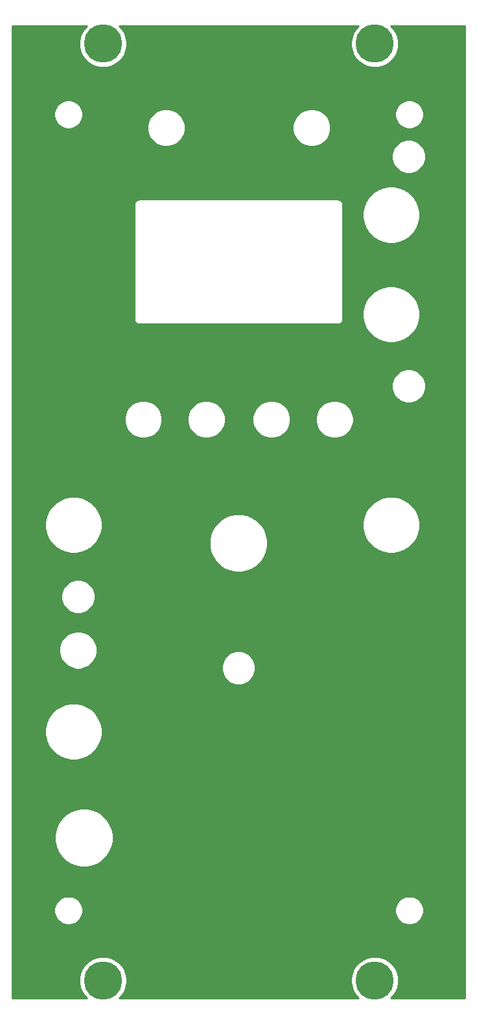
<source format=gbr>
G04 #@! TF.GenerationSoftware,KiCad,Pcbnew,(5.1.2)-1*
G04 #@! TF.CreationDate,2021-03-02T12:14:59-08:00*
G04 #@! TF.ProjectId,SpankulatorPanel,5370616e-6b75-46c6-9174-6f7250616e65,rev?*
G04 #@! TF.SameCoordinates,Original*
G04 #@! TF.FileFunction,Copper,L2,Bot*
G04 #@! TF.FilePolarity,Positive*
%FSLAX46Y46*%
G04 Gerber Fmt 4.6, Leading zero omitted, Abs format (unit mm)*
G04 Created by KiCad (PCBNEW (5.1.2)-1) date 2021-03-02 12:14:59*
%MOMM*%
%LPD*%
G04 APERTURE LIST*
%ADD10C,5.000000*%
%ADD11C,0.254000*%
G04 APERTURE END LIST*
D10*
X67500000Y-165400000D03*
X103000000Y-165400000D03*
X103000000Y-43000000D03*
X67500000Y-43000000D03*
D11*
G36*
X65064886Y-41001554D02*
G01*
X64721799Y-41515021D01*
X64485476Y-42085554D01*
X64365000Y-42691229D01*
X64365000Y-43308771D01*
X64485476Y-43914446D01*
X64721799Y-44484979D01*
X65064886Y-44998446D01*
X65501554Y-45435114D01*
X66015021Y-45778201D01*
X66585554Y-46014524D01*
X67191229Y-46135000D01*
X67808771Y-46135000D01*
X68414446Y-46014524D01*
X68984979Y-45778201D01*
X69498446Y-45435114D01*
X69935114Y-44998446D01*
X70278201Y-44484979D01*
X70514524Y-43914446D01*
X70635000Y-43308771D01*
X70635000Y-42691229D01*
X70514524Y-42085554D01*
X70278201Y-41515021D01*
X69935114Y-41001554D01*
X69593560Y-40660000D01*
X100906440Y-40660000D01*
X100564886Y-41001554D01*
X100221799Y-41515021D01*
X99985476Y-42085554D01*
X99865000Y-42691229D01*
X99865000Y-43308771D01*
X99985476Y-43914446D01*
X100221799Y-44484979D01*
X100564886Y-44998446D01*
X101001554Y-45435114D01*
X101515021Y-45778201D01*
X102085554Y-46014524D01*
X102691229Y-46135000D01*
X103308771Y-46135000D01*
X103914446Y-46014524D01*
X104484979Y-45778201D01*
X104998446Y-45435114D01*
X105435114Y-44998446D01*
X105778201Y-44484979D01*
X106014524Y-43914446D01*
X106135000Y-43308771D01*
X106135000Y-42691229D01*
X106014524Y-42085554D01*
X105778201Y-41515021D01*
X105435114Y-41001554D01*
X105093560Y-40660000D01*
X114740001Y-40660000D01*
X114740000Y-167740000D01*
X105093560Y-167740000D01*
X105435114Y-167398446D01*
X105778201Y-166884979D01*
X106014524Y-166314446D01*
X106135000Y-165708771D01*
X106135000Y-165091229D01*
X106014524Y-164485554D01*
X105778201Y-163915021D01*
X105435114Y-163401554D01*
X104998446Y-162964886D01*
X104484979Y-162621799D01*
X103914446Y-162385476D01*
X103308771Y-162265000D01*
X102691229Y-162265000D01*
X102085554Y-162385476D01*
X101515021Y-162621799D01*
X101001554Y-162964886D01*
X100564886Y-163401554D01*
X100221799Y-163915021D01*
X99985476Y-164485554D01*
X99865000Y-165091229D01*
X99865000Y-165708771D01*
X99985476Y-166314446D01*
X100221799Y-166884979D01*
X100564886Y-167398446D01*
X100906440Y-167740000D01*
X69593560Y-167740000D01*
X69935114Y-167398446D01*
X70278201Y-166884979D01*
X70514524Y-166314446D01*
X70635000Y-165708771D01*
X70635000Y-165091229D01*
X70514524Y-164485554D01*
X70278201Y-163915021D01*
X69935114Y-163401554D01*
X69498446Y-162964886D01*
X68984979Y-162621799D01*
X68414446Y-162385476D01*
X67808771Y-162265000D01*
X67191229Y-162265000D01*
X66585554Y-162385476D01*
X66015021Y-162621799D01*
X65501554Y-162964886D01*
X65064886Y-163401554D01*
X64721799Y-163915021D01*
X64485476Y-164485554D01*
X64365000Y-165091229D01*
X64365000Y-165708771D01*
X64485476Y-166314446D01*
X64721799Y-166884979D01*
X65064886Y-167398446D01*
X65406440Y-167740000D01*
X55660000Y-167740000D01*
X55660000Y-156064344D01*
X61115000Y-156064344D01*
X61115000Y-156435656D01*
X61187439Y-156799834D01*
X61329534Y-157142882D01*
X61535825Y-157451618D01*
X61798382Y-157714175D01*
X62107118Y-157920466D01*
X62450166Y-158062561D01*
X62814344Y-158135000D01*
X63185656Y-158135000D01*
X63549834Y-158062561D01*
X63892882Y-157920466D01*
X64201618Y-157714175D01*
X64464175Y-157451618D01*
X64670466Y-157142882D01*
X64812561Y-156799834D01*
X64885000Y-156435656D01*
X64885000Y-156064344D01*
X105615000Y-156064344D01*
X105615000Y-156435656D01*
X105687439Y-156799834D01*
X105829534Y-157142882D01*
X106035825Y-157451618D01*
X106298382Y-157714175D01*
X106607118Y-157920466D01*
X106950166Y-158062561D01*
X107314344Y-158135000D01*
X107685656Y-158135000D01*
X108049834Y-158062561D01*
X108392882Y-157920466D01*
X108701618Y-157714175D01*
X108964175Y-157451618D01*
X109170466Y-157142882D01*
X109312561Y-156799834D01*
X109385000Y-156435656D01*
X109385000Y-156064344D01*
X109312561Y-155700166D01*
X109170466Y-155357118D01*
X108964175Y-155048382D01*
X108701618Y-154785825D01*
X108392882Y-154579534D01*
X108049834Y-154437439D01*
X107685656Y-154365000D01*
X107314344Y-154365000D01*
X106950166Y-154437439D01*
X106607118Y-154579534D01*
X106298382Y-154785825D01*
X106035825Y-155048382D01*
X105829534Y-155357118D01*
X105687439Y-155700166D01*
X105615000Y-156064344D01*
X64885000Y-156064344D01*
X64812561Y-155700166D01*
X64670466Y-155357118D01*
X64464175Y-155048382D01*
X64201618Y-154785825D01*
X63892882Y-154579534D01*
X63549834Y-154437439D01*
X63185656Y-154365000D01*
X62814344Y-154365000D01*
X62450166Y-154437439D01*
X62107118Y-154579534D01*
X61798382Y-154785825D01*
X61535825Y-155048382D01*
X61329534Y-155357118D01*
X61187439Y-155700166D01*
X61115000Y-156064344D01*
X55660000Y-156064344D01*
X55660000Y-146372285D01*
X61165000Y-146372285D01*
X61165000Y-147127715D01*
X61312377Y-147868628D01*
X61601467Y-148566554D01*
X62021161Y-149194670D01*
X62555330Y-149728839D01*
X63183446Y-150148533D01*
X63881372Y-150437623D01*
X64622285Y-150585000D01*
X65377715Y-150585000D01*
X66118628Y-150437623D01*
X66816554Y-150148533D01*
X67444670Y-149728839D01*
X67978839Y-149194670D01*
X68398533Y-148566554D01*
X68687623Y-147868628D01*
X68835000Y-147127715D01*
X68835000Y-146372285D01*
X68687623Y-145631372D01*
X68398533Y-144933446D01*
X67978839Y-144305330D01*
X67444670Y-143771161D01*
X66816554Y-143351467D01*
X66118628Y-143062377D01*
X65377715Y-142915000D01*
X64622285Y-142915000D01*
X63881372Y-143062377D01*
X63183446Y-143351467D01*
X62555330Y-143771161D01*
X62021161Y-144305330D01*
X61601467Y-144933446D01*
X61312377Y-145631372D01*
X61165000Y-146372285D01*
X55660000Y-146372285D01*
X55660000Y-132512135D01*
X59915000Y-132512135D01*
X59915000Y-133247865D01*
X60058534Y-133969459D01*
X60340086Y-134649186D01*
X60748836Y-135260924D01*
X61269076Y-135781164D01*
X61880814Y-136189914D01*
X62560541Y-136471466D01*
X63282135Y-136615000D01*
X64017865Y-136615000D01*
X64739459Y-136471466D01*
X65419186Y-136189914D01*
X66030924Y-135781164D01*
X66551164Y-135260924D01*
X66959914Y-134649186D01*
X67241466Y-133969459D01*
X67385000Y-133247865D01*
X67385000Y-132512135D01*
X67241466Y-131790541D01*
X66959914Y-131110814D01*
X66551164Y-130499076D01*
X66030924Y-129978836D01*
X65419186Y-129570086D01*
X64739459Y-129288534D01*
X64017865Y-129145000D01*
X63282135Y-129145000D01*
X62560541Y-129288534D01*
X61880814Y-129570086D01*
X61269076Y-129978836D01*
X60748836Y-130499076D01*
X60340086Y-131110814D01*
X60058534Y-131790541D01*
X59915000Y-132512135D01*
X55660000Y-132512135D01*
X55660000Y-122005249D01*
X61765000Y-122005249D01*
X61765000Y-122494751D01*
X61860497Y-122974848D01*
X62047821Y-123427089D01*
X62319774Y-123834095D01*
X62665905Y-124180226D01*
X63072911Y-124452179D01*
X63525152Y-124639503D01*
X64005249Y-124735000D01*
X64494751Y-124735000D01*
X64974848Y-124639503D01*
X65427089Y-124452179D01*
X65610134Y-124329872D01*
X82965000Y-124329872D01*
X82965000Y-124770128D01*
X83050890Y-125201925D01*
X83219369Y-125608669D01*
X83463962Y-125974729D01*
X83775271Y-126286038D01*
X84141331Y-126530631D01*
X84548075Y-126699110D01*
X84979872Y-126785000D01*
X85420128Y-126785000D01*
X85851925Y-126699110D01*
X86258669Y-126530631D01*
X86624729Y-126286038D01*
X86936038Y-125974729D01*
X87180631Y-125608669D01*
X87349110Y-125201925D01*
X87435000Y-124770128D01*
X87435000Y-124329872D01*
X87349110Y-123898075D01*
X87180631Y-123491331D01*
X86936038Y-123125271D01*
X86624729Y-122813962D01*
X86258669Y-122569369D01*
X85851925Y-122400890D01*
X85420128Y-122315000D01*
X84979872Y-122315000D01*
X84548075Y-122400890D01*
X84141331Y-122569369D01*
X83775271Y-122813962D01*
X83463962Y-123125271D01*
X83219369Y-123491331D01*
X83050890Y-123898075D01*
X82965000Y-124329872D01*
X65610134Y-124329872D01*
X65834095Y-124180226D01*
X66180226Y-123834095D01*
X66452179Y-123427089D01*
X66639503Y-122974848D01*
X66735000Y-122494751D01*
X66735000Y-122005249D01*
X66639503Y-121525152D01*
X66452179Y-121072911D01*
X66180226Y-120665905D01*
X65834095Y-120319774D01*
X65427089Y-120047821D01*
X64974848Y-119860497D01*
X64494751Y-119765000D01*
X64005249Y-119765000D01*
X63525152Y-119860497D01*
X63072911Y-120047821D01*
X62665905Y-120319774D01*
X62319774Y-120665905D01*
X62047821Y-121072911D01*
X61860497Y-121525152D01*
X61765000Y-122005249D01*
X55660000Y-122005249D01*
X55660000Y-115029872D01*
X62015000Y-115029872D01*
X62015000Y-115470128D01*
X62100890Y-115901925D01*
X62269369Y-116308669D01*
X62513962Y-116674729D01*
X62825271Y-116986038D01*
X63191331Y-117230631D01*
X63598075Y-117399110D01*
X64029872Y-117485000D01*
X64470128Y-117485000D01*
X64901925Y-117399110D01*
X65308669Y-117230631D01*
X65674729Y-116986038D01*
X65986038Y-116674729D01*
X66230631Y-116308669D01*
X66399110Y-115901925D01*
X66485000Y-115470128D01*
X66485000Y-115029872D01*
X66399110Y-114598075D01*
X66230631Y-114191331D01*
X65986038Y-113825271D01*
X65674729Y-113513962D01*
X65308669Y-113269369D01*
X64901925Y-113100890D01*
X64470128Y-113015000D01*
X64029872Y-113015000D01*
X63598075Y-113100890D01*
X63191331Y-113269369D01*
X62825271Y-113513962D01*
X62513962Y-113825271D01*
X62269369Y-114191331D01*
X62100890Y-114598075D01*
X62015000Y-115029872D01*
X55660000Y-115029872D01*
X55660000Y-105512135D01*
X59915000Y-105512135D01*
X59915000Y-106247865D01*
X60058534Y-106969459D01*
X60340086Y-107649186D01*
X60748836Y-108260924D01*
X61269076Y-108781164D01*
X61880814Y-109189914D01*
X62560541Y-109471466D01*
X63282135Y-109615000D01*
X64017865Y-109615000D01*
X64739459Y-109471466D01*
X65419186Y-109189914D01*
X66030924Y-108781164D01*
X66551164Y-108260924D01*
X66810844Y-107872285D01*
X81365000Y-107872285D01*
X81365000Y-108627715D01*
X81512377Y-109368628D01*
X81801467Y-110066554D01*
X82221161Y-110694670D01*
X82755330Y-111228839D01*
X83383446Y-111648533D01*
X84081372Y-111937623D01*
X84822285Y-112085000D01*
X85577715Y-112085000D01*
X86318628Y-111937623D01*
X87016554Y-111648533D01*
X87644670Y-111228839D01*
X88178839Y-110694670D01*
X88598533Y-110066554D01*
X88887623Y-109368628D01*
X89035000Y-108627715D01*
X89035000Y-107872285D01*
X88887623Y-107131372D01*
X88598533Y-106433446D01*
X88178839Y-105805330D01*
X87885644Y-105512135D01*
X101415000Y-105512135D01*
X101415000Y-106247865D01*
X101558534Y-106969459D01*
X101840086Y-107649186D01*
X102248836Y-108260924D01*
X102769076Y-108781164D01*
X103380814Y-109189914D01*
X104060541Y-109471466D01*
X104782135Y-109615000D01*
X105517865Y-109615000D01*
X106239459Y-109471466D01*
X106919186Y-109189914D01*
X107530924Y-108781164D01*
X108051164Y-108260924D01*
X108459914Y-107649186D01*
X108741466Y-106969459D01*
X108885000Y-106247865D01*
X108885000Y-105512135D01*
X108741466Y-104790541D01*
X108459914Y-104110814D01*
X108051164Y-103499076D01*
X107530924Y-102978836D01*
X106919186Y-102570086D01*
X106239459Y-102288534D01*
X105517865Y-102145000D01*
X104782135Y-102145000D01*
X104060541Y-102288534D01*
X103380814Y-102570086D01*
X102769076Y-102978836D01*
X102248836Y-103499076D01*
X101840086Y-104110814D01*
X101558534Y-104790541D01*
X101415000Y-105512135D01*
X87885644Y-105512135D01*
X87644670Y-105271161D01*
X87016554Y-104851467D01*
X86318628Y-104562377D01*
X85577715Y-104415000D01*
X84822285Y-104415000D01*
X84081372Y-104562377D01*
X83383446Y-104851467D01*
X82755330Y-105271161D01*
X82221161Y-105805330D01*
X81801467Y-106433446D01*
X81512377Y-107131372D01*
X81365000Y-107872285D01*
X66810844Y-107872285D01*
X66959914Y-107649186D01*
X67241466Y-106969459D01*
X67385000Y-106247865D01*
X67385000Y-105512135D01*
X67241466Y-104790541D01*
X66959914Y-104110814D01*
X66551164Y-103499076D01*
X66030924Y-102978836D01*
X65419186Y-102570086D01*
X64739459Y-102288534D01*
X64017865Y-102145000D01*
X63282135Y-102145000D01*
X62560541Y-102288534D01*
X61880814Y-102570086D01*
X61269076Y-102978836D01*
X60748836Y-103499076D01*
X60340086Y-104110814D01*
X60058534Y-104790541D01*
X59915000Y-105512135D01*
X55660000Y-105512135D01*
X55660000Y-91855249D01*
X70265000Y-91855249D01*
X70265000Y-92344751D01*
X70360497Y-92824848D01*
X70547821Y-93277089D01*
X70819774Y-93684095D01*
X71165905Y-94030226D01*
X71572911Y-94302179D01*
X72025152Y-94489503D01*
X72505249Y-94585000D01*
X72994751Y-94585000D01*
X73474848Y-94489503D01*
X73927089Y-94302179D01*
X74334095Y-94030226D01*
X74680226Y-93684095D01*
X74952179Y-93277089D01*
X75139503Y-92824848D01*
X75235000Y-92344751D01*
X75235000Y-91855249D01*
X78515000Y-91855249D01*
X78515000Y-92344751D01*
X78610497Y-92824848D01*
X78797821Y-93277089D01*
X79069774Y-93684095D01*
X79415905Y-94030226D01*
X79822911Y-94302179D01*
X80275152Y-94489503D01*
X80755249Y-94585000D01*
X81244751Y-94585000D01*
X81724848Y-94489503D01*
X82177089Y-94302179D01*
X82584095Y-94030226D01*
X82930226Y-93684095D01*
X83202179Y-93277089D01*
X83389503Y-92824848D01*
X83485000Y-92344751D01*
X83485000Y-91855249D01*
X87015000Y-91855249D01*
X87015000Y-92344751D01*
X87110497Y-92824848D01*
X87297821Y-93277089D01*
X87569774Y-93684095D01*
X87915905Y-94030226D01*
X88322911Y-94302179D01*
X88775152Y-94489503D01*
X89255249Y-94585000D01*
X89744751Y-94585000D01*
X90224848Y-94489503D01*
X90677089Y-94302179D01*
X91084095Y-94030226D01*
X91430226Y-93684095D01*
X91702179Y-93277089D01*
X91889503Y-92824848D01*
X91985000Y-92344751D01*
X91985000Y-91855249D01*
X95265000Y-91855249D01*
X95265000Y-92344751D01*
X95360497Y-92824848D01*
X95547821Y-93277089D01*
X95819774Y-93684095D01*
X96165905Y-94030226D01*
X96572911Y-94302179D01*
X97025152Y-94489503D01*
X97505249Y-94585000D01*
X97994751Y-94585000D01*
X98474848Y-94489503D01*
X98927089Y-94302179D01*
X99334095Y-94030226D01*
X99680226Y-93684095D01*
X99952179Y-93277089D01*
X100139503Y-92824848D01*
X100235000Y-92344751D01*
X100235000Y-91855249D01*
X100139503Y-91375152D01*
X99952179Y-90922911D01*
X99680226Y-90515905D01*
X99334095Y-90169774D01*
X98927089Y-89897821D01*
X98474848Y-89710497D01*
X97994751Y-89615000D01*
X97505249Y-89615000D01*
X97025152Y-89710497D01*
X96572911Y-89897821D01*
X96165905Y-90169774D01*
X95819774Y-90515905D01*
X95547821Y-90922911D01*
X95360497Y-91375152D01*
X95265000Y-91855249D01*
X91985000Y-91855249D01*
X91889503Y-91375152D01*
X91702179Y-90922911D01*
X91430226Y-90515905D01*
X91084095Y-90169774D01*
X90677089Y-89897821D01*
X90224848Y-89710497D01*
X89744751Y-89615000D01*
X89255249Y-89615000D01*
X88775152Y-89710497D01*
X88322911Y-89897821D01*
X87915905Y-90169774D01*
X87569774Y-90515905D01*
X87297821Y-90922911D01*
X87110497Y-91375152D01*
X87015000Y-91855249D01*
X83485000Y-91855249D01*
X83389503Y-91375152D01*
X83202179Y-90922911D01*
X82930226Y-90515905D01*
X82584095Y-90169774D01*
X82177089Y-89897821D01*
X81724848Y-89710497D01*
X81244751Y-89615000D01*
X80755249Y-89615000D01*
X80275152Y-89710497D01*
X79822911Y-89897821D01*
X79415905Y-90169774D01*
X79069774Y-90515905D01*
X78797821Y-90922911D01*
X78610497Y-91375152D01*
X78515000Y-91855249D01*
X75235000Y-91855249D01*
X75139503Y-91375152D01*
X74952179Y-90922911D01*
X74680226Y-90515905D01*
X74334095Y-90169774D01*
X73927089Y-89897821D01*
X73474848Y-89710497D01*
X72994751Y-89615000D01*
X72505249Y-89615000D01*
X72025152Y-89710497D01*
X71572911Y-89897821D01*
X71165905Y-90169774D01*
X70819774Y-90515905D01*
X70547821Y-90922911D01*
X70360497Y-91375152D01*
X70265000Y-91855249D01*
X55660000Y-91855249D01*
X55660000Y-87529872D01*
X105195000Y-87529872D01*
X105195000Y-87970128D01*
X105280890Y-88401925D01*
X105449369Y-88808669D01*
X105693962Y-89174729D01*
X106005271Y-89486038D01*
X106371331Y-89730631D01*
X106778075Y-89899110D01*
X107209872Y-89985000D01*
X107650128Y-89985000D01*
X108081925Y-89899110D01*
X108488669Y-89730631D01*
X108854729Y-89486038D01*
X109166038Y-89174729D01*
X109410631Y-88808669D01*
X109579110Y-88401925D01*
X109665000Y-87970128D01*
X109665000Y-87529872D01*
X109579110Y-87098075D01*
X109410631Y-86691331D01*
X109166038Y-86325271D01*
X108854729Y-86013962D01*
X108488669Y-85769369D01*
X108081925Y-85600890D01*
X107650128Y-85515000D01*
X107209872Y-85515000D01*
X106778075Y-85600890D01*
X106371331Y-85769369D01*
X106005271Y-86013962D01*
X105693962Y-86325271D01*
X105449369Y-86691331D01*
X105280890Y-87098075D01*
X105195000Y-87529872D01*
X55660000Y-87529872D01*
X55660000Y-64000000D01*
X71536807Y-64000000D01*
X71540000Y-64032419D01*
X71540001Y-78967571D01*
X71536807Y-79000000D01*
X71549550Y-79129383D01*
X71587290Y-79253793D01*
X71648575Y-79368450D01*
X71731052Y-79468948D01*
X71831550Y-79551425D01*
X71946207Y-79612710D01*
X72070617Y-79650450D01*
X72167581Y-79660000D01*
X72200000Y-79663193D01*
X72232419Y-79660000D01*
X98167581Y-79660000D01*
X98200000Y-79663193D01*
X98232419Y-79660000D01*
X98329383Y-79650450D01*
X98453793Y-79612710D01*
X98568450Y-79551425D01*
X98668948Y-79468948D01*
X98751425Y-79368450D01*
X98812710Y-79253793D01*
X98850450Y-79129383D01*
X98863193Y-79000000D01*
X98860000Y-78967581D01*
X98860000Y-78012135D01*
X101415000Y-78012135D01*
X101415000Y-78747865D01*
X101558534Y-79469459D01*
X101840086Y-80149186D01*
X102248836Y-80760924D01*
X102769076Y-81281164D01*
X103380814Y-81689914D01*
X104060541Y-81971466D01*
X104782135Y-82115000D01*
X105517865Y-82115000D01*
X106239459Y-81971466D01*
X106919186Y-81689914D01*
X107530924Y-81281164D01*
X108051164Y-80760924D01*
X108459914Y-80149186D01*
X108741466Y-79469459D01*
X108885000Y-78747865D01*
X108885000Y-78012135D01*
X108741466Y-77290541D01*
X108459914Y-76610814D01*
X108051164Y-75999076D01*
X107530924Y-75478836D01*
X106919186Y-75070086D01*
X106239459Y-74788534D01*
X105517865Y-74645000D01*
X104782135Y-74645000D01*
X104060541Y-74788534D01*
X103380814Y-75070086D01*
X102769076Y-75478836D01*
X102248836Y-75999076D01*
X101840086Y-76610814D01*
X101558534Y-77290541D01*
X101415000Y-78012135D01*
X98860000Y-78012135D01*
X98860000Y-65012135D01*
X101415000Y-65012135D01*
X101415000Y-65747865D01*
X101558534Y-66469459D01*
X101840086Y-67149186D01*
X102248836Y-67760924D01*
X102769076Y-68281164D01*
X103380814Y-68689914D01*
X104060541Y-68971466D01*
X104782135Y-69115000D01*
X105517865Y-69115000D01*
X106239459Y-68971466D01*
X106919186Y-68689914D01*
X107530924Y-68281164D01*
X108051164Y-67760924D01*
X108459914Y-67149186D01*
X108741466Y-66469459D01*
X108885000Y-65747865D01*
X108885000Y-65012135D01*
X108741466Y-64290541D01*
X108459914Y-63610814D01*
X108051164Y-62999076D01*
X107530924Y-62478836D01*
X106919186Y-62070086D01*
X106239459Y-61788534D01*
X105517865Y-61645000D01*
X104782135Y-61645000D01*
X104060541Y-61788534D01*
X103380814Y-62070086D01*
X102769076Y-62478836D01*
X102248836Y-62999076D01*
X101840086Y-63610814D01*
X101558534Y-64290541D01*
X101415000Y-65012135D01*
X98860000Y-65012135D01*
X98860000Y-64032419D01*
X98863193Y-64000000D01*
X98850450Y-63870617D01*
X98812710Y-63746207D01*
X98751425Y-63631550D01*
X98668948Y-63531052D01*
X98568450Y-63448575D01*
X98453793Y-63387290D01*
X98329383Y-63349550D01*
X98232419Y-63340000D01*
X98200000Y-63336807D01*
X98167581Y-63340000D01*
X72232419Y-63340000D01*
X72200000Y-63336807D01*
X72167581Y-63340000D01*
X72070617Y-63349550D01*
X71946207Y-63387290D01*
X71831550Y-63448575D01*
X71731052Y-63531052D01*
X71648575Y-63631550D01*
X71587290Y-63746207D01*
X71549550Y-63870617D01*
X71536807Y-64000000D01*
X55660000Y-64000000D01*
X55660000Y-57529872D01*
X105195000Y-57529872D01*
X105195000Y-57970128D01*
X105280890Y-58401925D01*
X105449369Y-58808669D01*
X105693962Y-59174729D01*
X106005271Y-59486038D01*
X106371331Y-59730631D01*
X106778075Y-59899110D01*
X107209872Y-59985000D01*
X107650128Y-59985000D01*
X108081925Y-59899110D01*
X108488669Y-59730631D01*
X108854729Y-59486038D01*
X109166038Y-59174729D01*
X109410631Y-58808669D01*
X109579110Y-58401925D01*
X109665000Y-57970128D01*
X109665000Y-57529872D01*
X109579110Y-57098075D01*
X109410631Y-56691331D01*
X109166038Y-56325271D01*
X108854729Y-56013962D01*
X108488669Y-55769369D01*
X108081925Y-55600890D01*
X107650128Y-55515000D01*
X107209872Y-55515000D01*
X106778075Y-55600890D01*
X106371331Y-55769369D01*
X106005271Y-56013962D01*
X105693962Y-56325271D01*
X105449369Y-56691331D01*
X105280890Y-57098075D01*
X105195000Y-57529872D01*
X55660000Y-57529872D01*
X55660000Y-52064344D01*
X61115000Y-52064344D01*
X61115000Y-52435656D01*
X61187439Y-52799834D01*
X61329534Y-53142882D01*
X61535825Y-53451618D01*
X61798382Y-53714175D01*
X62107118Y-53920466D01*
X62450166Y-54062561D01*
X62814344Y-54135000D01*
X63185656Y-54135000D01*
X63549834Y-54062561D01*
X63892882Y-53920466D01*
X64140146Y-53755249D01*
X73265000Y-53755249D01*
X73265000Y-54244751D01*
X73360497Y-54724848D01*
X73547821Y-55177089D01*
X73819774Y-55584095D01*
X74165905Y-55930226D01*
X74572911Y-56202179D01*
X75025152Y-56389503D01*
X75505249Y-56485000D01*
X75994751Y-56485000D01*
X76474848Y-56389503D01*
X76927089Y-56202179D01*
X77334095Y-55930226D01*
X77680226Y-55584095D01*
X77952179Y-55177089D01*
X78139503Y-54724848D01*
X78235000Y-54244751D01*
X78235000Y-53755249D01*
X92265000Y-53755249D01*
X92265000Y-54244751D01*
X92360497Y-54724848D01*
X92547821Y-55177089D01*
X92819774Y-55584095D01*
X93165905Y-55930226D01*
X93572911Y-56202179D01*
X94025152Y-56389503D01*
X94505249Y-56485000D01*
X94994751Y-56485000D01*
X95474848Y-56389503D01*
X95927089Y-56202179D01*
X96334095Y-55930226D01*
X96680226Y-55584095D01*
X96952179Y-55177089D01*
X97139503Y-54724848D01*
X97235000Y-54244751D01*
X97235000Y-53755249D01*
X97139503Y-53275152D01*
X96952179Y-52822911D01*
X96680226Y-52415905D01*
X96334095Y-52069774D01*
X96325969Y-52064344D01*
X105615000Y-52064344D01*
X105615000Y-52435656D01*
X105687439Y-52799834D01*
X105829534Y-53142882D01*
X106035825Y-53451618D01*
X106298382Y-53714175D01*
X106607118Y-53920466D01*
X106950166Y-54062561D01*
X107314344Y-54135000D01*
X107685656Y-54135000D01*
X108049834Y-54062561D01*
X108392882Y-53920466D01*
X108701618Y-53714175D01*
X108964175Y-53451618D01*
X109170466Y-53142882D01*
X109312561Y-52799834D01*
X109385000Y-52435656D01*
X109385000Y-52064344D01*
X109312561Y-51700166D01*
X109170466Y-51357118D01*
X108964175Y-51048382D01*
X108701618Y-50785825D01*
X108392882Y-50579534D01*
X108049834Y-50437439D01*
X107685656Y-50365000D01*
X107314344Y-50365000D01*
X106950166Y-50437439D01*
X106607118Y-50579534D01*
X106298382Y-50785825D01*
X106035825Y-51048382D01*
X105829534Y-51357118D01*
X105687439Y-51700166D01*
X105615000Y-52064344D01*
X96325969Y-52064344D01*
X95927089Y-51797821D01*
X95474848Y-51610497D01*
X94994751Y-51515000D01*
X94505249Y-51515000D01*
X94025152Y-51610497D01*
X93572911Y-51797821D01*
X93165905Y-52069774D01*
X92819774Y-52415905D01*
X92547821Y-52822911D01*
X92360497Y-53275152D01*
X92265000Y-53755249D01*
X78235000Y-53755249D01*
X78139503Y-53275152D01*
X77952179Y-52822911D01*
X77680226Y-52415905D01*
X77334095Y-52069774D01*
X76927089Y-51797821D01*
X76474848Y-51610497D01*
X75994751Y-51515000D01*
X75505249Y-51515000D01*
X75025152Y-51610497D01*
X74572911Y-51797821D01*
X74165905Y-52069774D01*
X73819774Y-52415905D01*
X73547821Y-52822911D01*
X73360497Y-53275152D01*
X73265000Y-53755249D01*
X64140146Y-53755249D01*
X64201618Y-53714175D01*
X64464175Y-53451618D01*
X64670466Y-53142882D01*
X64812561Y-52799834D01*
X64885000Y-52435656D01*
X64885000Y-52064344D01*
X64812561Y-51700166D01*
X64670466Y-51357118D01*
X64464175Y-51048382D01*
X64201618Y-50785825D01*
X63892882Y-50579534D01*
X63549834Y-50437439D01*
X63185656Y-50365000D01*
X62814344Y-50365000D01*
X62450166Y-50437439D01*
X62107118Y-50579534D01*
X61798382Y-50785825D01*
X61535825Y-51048382D01*
X61329534Y-51357118D01*
X61187439Y-51700166D01*
X61115000Y-52064344D01*
X55660000Y-52064344D01*
X55660000Y-40660000D01*
X65406440Y-40660000D01*
X65064886Y-41001554D01*
X65064886Y-41001554D01*
G37*
X65064886Y-41001554D02*
X64721799Y-41515021D01*
X64485476Y-42085554D01*
X64365000Y-42691229D01*
X64365000Y-43308771D01*
X64485476Y-43914446D01*
X64721799Y-44484979D01*
X65064886Y-44998446D01*
X65501554Y-45435114D01*
X66015021Y-45778201D01*
X66585554Y-46014524D01*
X67191229Y-46135000D01*
X67808771Y-46135000D01*
X68414446Y-46014524D01*
X68984979Y-45778201D01*
X69498446Y-45435114D01*
X69935114Y-44998446D01*
X70278201Y-44484979D01*
X70514524Y-43914446D01*
X70635000Y-43308771D01*
X70635000Y-42691229D01*
X70514524Y-42085554D01*
X70278201Y-41515021D01*
X69935114Y-41001554D01*
X69593560Y-40660000D01*
X100906440Y-40660000D01*
X100564886Y-41001554D01*
X100221799Y-41515021D01*
X99985476Y-42085554D01*
X99865000Y-42691229D01*
X99865000Y-43308771D01*
X99985476Y-43914446D01*
X100221799Y-44484979D01*
X100564886Y-44998446D01*
X101001554Y-45435114D01*
X101515021Y-45778201D01*
X102085554Y-46014524D01*
X102691229Y-46135000D01*
X103308771Y-46135000D01*
X103914446Y-46014524D01*
X104484979Y-45778201D01*
X104998446Y-45435114D01*
X105435114Y-44998446D01*
X105778201Y-44484979D01*
X106014524Y-43914446D01*
X106135000Y-43308771D01*
X106135000Y-42691229D01*
X106014524Y-42085554D01*
X105778201Y-41515021D01*
X105435114Y-41001554D01*
X105093560Y-40660000D01*
X114740001Y-40660000D01*
X114740000Y-167740000D01*
X105093560Y-167740000D01*
X105435114Y-167398446D01*
X105778201Y-166884979D01*
X106014524Y-166314446D01*
X106135000Y-165708771D01*
X106135000Y-165091229D01*
X106014524Y-164485554D01*
X105778201Y-163915021D01*
X105435114Y-163401554D01*
X104998446Y-162964886D01*
X104484979Y-162621799D01*
X103914446Y-162385476D01*
X103308771Y-162265000D01*
X102691229Y-162265000D01*
X102085554Y-162385476D01*
X101515021Y-162621799D01*
X101001554Y-162964886D01*
X100564886Y-163401554D01*
X100221799Y-163915021D01*
X99985476Y-164485554D01*
X99865000Y-165091229D01*
X99865000Y-165708771D01*
X99985476Y-166314446D01*
X100221799Y-166884979D01*
X100564886Y-167398446D01*
X100906440Y-167740000D01*
X69593560Y-167740000D01*
X69935114Y-167398446D01*
X70278201Y-166884979D01*
X70514524Y-166314446D01*
X70635000Y-165708771D01*
X70635000Y-165091229D01*
X70514524Y-164485554D01*
X70278201Y-163915021D01*
X69935114Y-163401554D01*
X69498446Y-162964886D01*
X68984979Y-162621799D01*
X68414446Y-162385476D01*
X67808771Y-162265000D01*
X67191229Y-162265000D01*
X66585554Y-162385476D01*
X66015021Y-162621799D01*
X65501554Y-162964886D01*
X65064886Y-163401554D01*
X64721799Y-163915021D01*
X64485476Y-164485554D01*
X64365000Y-165091229D01*
X64365000Y-165708771D01*
X64485476Y-166314446D01*
X64721799Y-166884979D01*
X65064886Y-167398446D01*
X65406440Y-167740000D01*
X55660000Y-167740000D01*
X55660000Y-156064344D01*
X61115000Y-156064344D01*
X61115000Y-156435656D01*
X61187439Y-156799834D01*
X61329534Y-157142882D01*
X61535825Y-157451618D01*
X61798382Y-157714175D01*
X62107118Y-157920466D01*
X62450166Y-158062561D01*
X62814344Y-158135000D01*
X63185656Y-158135000D01*
X63549834Y-158062561D01*
X63892882Y-157920466D01*
X64201618Y-157714175D01*
X64464175Y-157451618D01*
X64670466Y-157142882D01*
X64812561Y-156799834D01*
X64885000Y-156435656D01*
X64885000Y-156064344D01*
X105615000Y-156064344D01*
X105615000Y-156435656D01*
X105687439Y-156799834D01*
X105829534Y-157142882D01*
X106035825Y-157451618D01*
X106298382Y-157714175D01*
X106607118Y-157920466D01*
X106950166Y-158062561D01*
X107314344Y-158135000D01*
X107685656Y-158135000D01*
X108049834Y-158062561D01*
X108392882Y-157920466D01*
X108701618Y-157714175D01*
X108964175Y-157451618D01*
X109170466Y-157142882D01*
X109312561Y-156799834D01*
X109385000Y-156435656D01*
X109385000Y-156064344D01*
X109312561Y-155700166D01*
X109170466Y-155357118D01*
X108964175Y-155048382D01*
X108701618Y-154785825D01*
X108392882Y-154579534D01*
X108049834Y-154437439D01*
X107685656Y-154365000D01*
X107314344Y-154365000D01*
X106950166Y-154437439D01*
X106607118Y-154579534D01*
X106298382Y-154785825D01*
X106035825Y-155048382D01*
X105829534Y-155357118D01*
X105687439Y-155700166D01*
X105615000Y-156064344D01*
X64885000Y-156064344D01*
X64812561Y-155700166D01*
X64670466Y-155357118D01*
X64464175Y-155048382D01*
X64201618Y-154785825D01*
X63892882Y-154579534D01*
X63549834Y-154437439D01*
X63185656Y-154365000D01*
X62814344Y-154365000D01*
X62450166Y-154437439D01*
X62107118Y-154579534D01*
X61798382Y-154785825D01*
X61535825Y-155048382D01*
X61329534Y-155357118D01*
X61187439Y-155700166D01*
X61115000Y-156064344D01*
X55660000Y-156064344D01*
X55660000Y-146372285D01*
X61165000Y-146372285D01*
X61165000Y-147127715D01*
X61312377Y-147868628D01*
X61601467Y-148566554D01*
X62021161Y-149194670D01*
X62555330Y-149728839D01*
X63183446Y-150148533D01*
X63881372Y-150437623D01*
X64622285Y-150585000D01*
X65377715Y-150585000D01*
X66118628Y-150437623D01*
X66816554Y-150148533D01*
X67444670Y-149728839D01*
X67978839Y-149194670D01*
X68398533Y-148566554D01*
X68687623Y-147868628D01*
X68835000Y-147127715D01*
X68835000Y-146372285D01*
X68687623Y-145631372D01*
X68398533Y-144933446D01*
X67978839Y-144305330D01*
X67444670Y-143771161D01*
X66816554Y-143351467D01*
X66118628Y-143062377D01*
X65377715Y-142915000D01*
X64622285Y-142915000D01*
X63881372Y-143062377D01*
X63183446Y-143351467D01*
X62555330Y-143771161D01*
X62021161Y-144305330D01*
X61601467Y-144933446D01*
X61312377Y-145631372D01*
X61165000Y-146372285D01*
X55660000Y-146372285D01*
X55660000Y-132512135D01*
X59915000Y-132512135D01*
X59915000Y-133247865D01*
X60058534Y-133969459D01*
X60340086Y-134649186D01*
X60748836Y-135260924D01*
X61269076Y-135781164D01*
X61880814Y-136189914D01*
X62560541Y-136471466D01*
X63282135Y-136615000D01*
X64017865Y-136615000D01*
X64739459Y-136471466D01*
X65419186Y-136189914D01*
X66030924Y-135781164D01*
X66551164Y-135260924D01*
X66959914Y-134649186D01*
X67241466Y-133969459D01*
X67385000Y-133247865D01*
X67385000Y-132512135D01*
X67241466Y-131790541D01*
X66959914Y-131110814D01*
X66551164Y-130499076D01*
X66030924Y-129978836D01*
X65419186Y-129570086D01*
X64739459Y-129288534D01*
X64017865Y-129145000D01*
X63282135Y-129145000D01*
X62560541Y-129288534D01*
X61880814Y-129570086D01*
X61269076Y-129978836D01*
X60748836Y-130499076D01*
X60340086Y-131110814D01*
X60058534Y-131790541D01*
X59915000Y-132512135D01*
X55660000Y-132512135D01*
X55660000Y-122005249D01*
X61765000Y-122005249D01*
X61765000Y-122494751D01*
X61860497Y-122974848D01*
X62047821Y-123427089D01*
X62319774Y-123834095D01*
X62665905Y-124180226D01*
X63072911Y-124452179D01*
X63525152Y-124639503D01*
X64005249Y-124735000D01*
X64494751Y-124735000D01*
X64974848Y-124639503D01*
X65427089Y-124452179D01*
X65610134Y-124329872D01*
X82965000Y-124329872D01*
X82965000Y-124770128D01*
X83050890Y-125201925D01*
X83219369Y-125608669D01*
X83463962Y-125974729D01*
X83775271Y-126286038D01*
X84141331Y-126530631D01*
X84548075Y-126699110D01*
X84979872Y-126785000D01*
X85420128Y-126785000D01*
X85851925Y-126699110D01*
X86258669Y-126530631D01*
X86624729Y-126286038D01*
X86936038Y-125974729D01*
X87180631Y-125608669D01*
X87349110Y-125201925D01*
X87435000Y-124770128D01*
X87435000Y-124329872D01*
X87349110Y-123898075D01*
X87180631Y-123491331D01*
X86936038Y-123125271D01*
X86624729Y-122813962D01*
X86258669Y-122569369D01*
X85851925Y-122400890D01*
X85420128Y-122315000D01*
X84979872Y-122315000D01*
X84548075Y-122400890D01*
X84141331Y-122569369D01*
X83775271Y-122813962D01*
X83463962Y-123125271D01*
X83219369Y-123491331D01*
X83050890Y-123898075D01*
X82965000Y-124329872D01*
X65610134Y-124329872D01*
X65834095Y-124180226D01*
X66180226Y-123834095D01*
X66452179Y-123427089D01*
X66639503Y-122974848D01*
X66735000Y-122494751D01*
X66735000Y-122005249D01*
X66639503Y-121525152D01*
X66452179Y-121072911D01*
X66180226Y-120665905D01*
X65834095Y-120319774D01*
X65427089Y-120047821D01*
X64974848Y-119860497D01*
X64494751Y-119765000D01*
X64005249Y-119765000D01*
X63525152Y-119860497D01*
X63072911Y-120047821D01*
X62665905Y-120319774D01*
X62319774Y-120665905D01*
X62047821Y-121072911D01*
X61860497Y-121525152D01*
X61765000Y-122005249D01*
X55660000Y-122005249D01*
X55660000Y-115029872D01*
X62015000Y-115029872D01*
X62015000Y-115470128D01*
X62100890Y-115901925D01*
X62269369Y-116308669D01*
X62513962Y-116674729D01*
X62825271Y-116986038D01*
X63191331Y-117230631D01*
X63598075Y-117399110D01*
X64029872Y-117485000D01*
X64470128Y-117485000D01*
X64901925Y-117399110D01*
X65308669Y-117230631D01*
X65674729Y-116986038D01*
X65986038Y-116674729D01*
X66230631Y-116308669D01*
X66399110Y-115901925D01*
X66485000Y-115470128D01*
X66485000Y-115029872D01*
X66399110Y-114598075D01*
X66230631Y-114191331D01*
X65986038Y-113825271D01*
X65674729Y-113513962D01*
X65308669Y-113269369D01*
X64901925Y-113100890D01*
X64470128Y-113015000D01*
X64029872Y-113015000D01*
X63598075Y-113100890D01*
X63191331Y-113269369D01*
X62825271Y-113513962D01*
X62513962Y-113825271D01*
X62269369Y-114191331D01*
X62100890Y-114598075D01*
X62015000Y-115029872D01*
X55660000Y-115029872D01*
X55660000Y-105512135D01*
X59915000Y-105512135D01*
X59915000Y-106247865D01*
X60058534Y-106969459D01*
X60340086Y-107649186D01*
X60748836Y-108260924D01*
X61269076Y-108781164D01*
X61880814Y-109189914D01*
X62560541Y-109471466D01*
X63282135Y-109615000D01*
X64017865Y-109615000D01*
X64739459Y-109471466D01*
X65419186Y-109189914D01*
X66030924Y-108781164D01*
X66551164Y-108260924D01*
X66810844Y-107872285D01*
X81365000Y-107872285D01*
X81365000Y-108627715D01*
X81512377Y-109368628D01*
X81801467Y-110066554D01*
X82221161Y-110694670D01*
X82755330Y-111228839D01*
X83383446Y-111648533D01*
X84081372Y-111937623D01*
X84822285Y-112085000D01*
X85577715Y-112085000D01*
X86318628Y-111937623D01*
X87016554Y-111648533D01*
X87644670Y-111228839D01*
X88178839Y-110694670D01*
X88598533Y-110066554D01*
X88887623Y-109368628D01*
X89035000Y-108627715D01*
X89035000Y-107872285D01*
X88887623Y-107131372D01*
X88598533Y-106433446D01*
X88178839Y-105805330D01*
X87885644Y-105512135D01*
X101415000Y-105512135D01*
X101415000Y-106247865D01*
X101558534Y-106969459D01*
X101840086Y-107649186D01*
X102248836Y-108260924D01*
X102769076Y-108781164D01*
X103380814Y-109189914D01*
X104060541Y-109471466D01*
X104782135Y-109615000D01*
X105517865Y-109615000D01*
X106239459Y-109471466D01*
X106919186Y-109189914D01*
X107530924Y-108781164D01*
X108051164Y-108260924D01*
X108459914Y-107649186D01*
X108741466Y-106969459D01*
X108885000Y-106247865D01*
X108885000Y-105512135D01*
X108741466Y-104790541D01*
X108459914Y-104110814D01*
X108051164Y-103499076D01*
X107530924Y-102978836D01*
X106919186Y-102570086D01*
X106239459Y-102288534D01*
X105517865Y-102145000D01*
X104782135Y-102145000D01*
X104060541Y-102288534D01*
X103380814Y-102570086D01*
X102769076Y-102978836D01*
X102248836Y-103499076D01*
X101840086Y-104110814D01*
X101558534Y-104790541D01*
X101415000Y-105512135D01*
X87885644Y-105512135D01*
X87644670Y-105271161D01*
X87016554Y-104851467D01*
X86318628Y-104562377D01*
X85577715Y-104415000D01*
X84822285Y-104415000D01*
X84081372Y-104562377D01*
X83383446Y-104851467D01*
X82755330Y-105271161D01*
X82221161Y-105805330D01*
X81801467Y-106433446D01*
X81512377Y-107131372D01*
X81365000Y-107872285D01*
X66810844Y-107872285D01*
X66959914Y-107649186D01*
X67241466Y-106969459D01*
X67385000Y-106247865D01*
X67385000Y-105512135D01*
X67241466Y-104790541D01*
X66959914Y-104110814D01*
X66551164Y-103499076D01*
X66030924Y-102978836D01*
X65419186Y-102570086D01*
X64739459Y-102288534D01*
X64017865Y-102145000D01*
X63282135Y-102145000D01*
X62560541Y-102288534D01*
X61880814Y-102570086D01*
X61269076Y-102978836D01*
X60748836Y-103499076D01*
X60340086Y-104110814D01*
X60058534Y-104790541D01*
X59915000Y-105512135D01*
X55660000Y-105512135D01*
X55660000Y-91855249D01*
X70265000Y-91855249D01*
X70265000Y-92344751D01*
X70360497Y-92824848D01*
X70547821Y-93277089D01*
X70819774Y-93684095D01*
X71165905Y-94030226D01*
X71572911Y-94302179D01*
X72025152Y-94489503D01*
X72505249Y-94585000D01*
X72994751Y-94585000D01*
X73474848Y-94489503D01*
X73927089Y-94302179D01*
X74334095Y-94030226D01*
X74680226Y-93684095D01*
X74952179Y-93277089D01*
X75139503Y-92824848D01*
X75235000Y-92344751D01*
X75235000Y-91855249D01*
X78515000Y-91855249D01*
X78515000Y-92344751D01*
X78610497Y-92824848D01*
X78797821Y-93277089D01*
X79069774Y-93684095D01*
X79415905Y-94030226D01*
X79822911Y-94302179D01*
X80275152Y-94489503D01*
X80755249Y-94585000D01*
X81244751Y-94585000D01*
X81724848Y-94489503D01*
X82177089Y-94302179D01*
X82584095Y-94030226D01*
X82930226Y-93684095D01*
X83202179Y-93277089D01*
X83389503Y-92824848D01*
X83485000Y-92344751D01*
X83485000Y-91855249D01*
X87015000Y-91855249D01*
X87015000Y-92344751D01*
X87110497Y-92824848D01*
X87297821Y-93277089D01*
X87569774Y-93684095D01*
X87915905Y-94030226D01*
X88322911Y-94302179D01*
X88775152Y-94489503D01*
X89255249Y-94585000D01*
X89744751Y-94585000D01*
X90224848Y-94489503D01*
X90677089Y-94302179D01*
X91084095Y-94030226D01*
X91430226Y-93684095D01*
X91702179Y-93277089D01*
X91889503Y-92824848D01*
X91985000Y-92344751D01*
X91985000Y-91855249D01*
X95265000Y-91855249D01*
X95265000Y-92344751D01*
X95360497Y-92824848D01*
X95547821Y-93277089D01*
X95819774Y-93684095D01*
X96165905Y-94030226D01*
X96572911Y-94302179D01*
X97025152Y-94489503D01*
X97505249Y-94585000D01*
X97994751Y-94585000D01*
X98474848Y-94489503D01*
X98927089Y-94302179D01*
X99334095Y-94030226D01*
X99680226Y-93684095D01*
X99952179Y-93277089D01*
X100139503Y-92824848D01*
X100235000Y-92344751D01*
X100235000Y-91855249D01*
X100139503Y-91375152D01*
X99952179Y-90922911D01*
X99680226Y-90515905D01*
X99334095Y-90169774D01*
X98927089Y-89897821D01*
X98474848Y-89710497D01*
X97994751Y-89615000D01*
X97505249Y-89615000D01*
X97025152Y-89710497D01*
X96572911Y-89897821D01*
X96165905Y-90169774D01*
X95819774Y-90515905D01*
X95547821Y-90922911D01*
X95360497Y-91375152D01*
X95265000Y-91855249D01*
X91985000Y-91855249D01*
X91889503Y-91375152D01*
X91702179Y-90922911D01*
X91430226Y-90515905D01*
X91084095Y-90169774D01*
X90677089Y-89897821D01*
X90224848Y-89710497D01*
X89744751Y-89615000D01*
X89255249Y-89615000D01*
X88775152Y-89710497D01*
X88322911Y-89897821D01*
X87915905Y-90169774D01*
X87569774Y-90515905D01*
X87297821Y-90922911D01*
X87110497Y-91375152D01*
X87015000Y-91855249D01*
X83485000Y-91855249D01*
X83389503Y-91375152D01*
X83202179Y-90922911D01*
X82930226Y-90515905D01*
X82584095Y-90169774D01*
X82177089Y-89897821D01*
X81724848Y-89710497D01*
X81244751Y-89615000D01*
X80755249Y-89615000D01*
X80275152Y-89710497D01*
X79822911Y-89897821D01*
X79415905Y-90169774D01*
X79069774Y-90515905D01*
X78797821Y-90922911D01*
X78610497Y-91375152D01*
X78515000Y-91855249D01*
X75235000Y-91855249D01*
X75139503Y-91375152D01*
X74952179Y-90922911D01*
X74680226Y-90515905D01*
X74334095Y-90169774D01*
X73927089Y-89897821D01*
X73474848Y-89710497D01*
X72994751Y-89615000D01*
X72505249Y-89615000D01*
X72025152Y-89710497D01*
X71572911Y-89897821D01*
X71165905Y-90169774D01*
X70819774Y-90515905D01*
X70547821Y-90922911D01*
X70360497Y-91375152D01*
X70265000Y-91855249D01*
X55660000Y-91855249D01*
X55660000Y-87529872D01*
X105195000Y-87529872D01*
X105195000Y-87970128D01*
X105280890Y-88401925D01*
X105449369Y-88808669D01*
X105693962Y-89174729D01*
X106005271Y-89486038D01*
X106371331Y-89730631D01*
X106778075Y-89899110D01*
X107209872Y-89985000D01*
X107650128Y-89985000D01*
X108081925Y-89899110D01*
X108488669Y-89730631D01*
X108854729Y-89486038D01*
X109166038Y-89174729D01*
X109410631Y-88808669D01*
X109579110Y-88401925D01*
X109665000Y-87970128D01*
X109665000Y-87529872D01*
X109579110Y-87098075D01*
X109410631Y-86691331D01*
X109166038Y-86325271D01*
X108854729Y-86013962D01*
X108488669Y-85769369D01*
X108081925Y-85600890D01*
X107650128Y-85515000D01*
X107209872Y-85515000D01*
X106778075Y-85600890D01*
X106371331Y-85769369D01*
X106005271Y-86013962D01*
X105693962Y-86325271D01*
X105449369Y-86691331D01*
X105280890Y-87098075D01*
X105195000Y-87529872D01*
X55660000Y-87529872D01*
X55660000Y-64000000D01*
X71536807Y-64000000D01*
X71540000Y-64032419D01*
X71540001Y-78967571D01*
X71536807Y-79000000D01*
X71549550Y-79129383D01*
X71587290Y-79253793D01*
X71648575Y-79368450D01*
X71731052Y-79468948D01*
X71831550Y-79551425D01*
X71946207Y-79612710D01*
X72070617Y-79650450D01*
X72167581Y-79660000D01*
X72200000Y-79663193D01*
X72232419Y-79660000D01*
X98167581Y-79660000D01*
X98200000Y-79663193D01*
X98232419Y-79660000D01*
X98329383Y-79650450D01*
X98453793Y-79612710D01*
X98568450Y-79551425D01*
X98668948Y-79468948D01*
X98751425Y-79368450D01*
X98812710Y-79253793D01*
X98850450Y-79129383D01*
X98863193Y-79000000D01*
X98860000Y-78967581D01*
X98860000Y-78012135D01*
X101415000Y-78012135D01*
X101415000Y-78747865D01*
X101558534Y-79469459D01*
X101840086Y-80149186D01*
X102248836Y-80760924D01*
X102769076Y-81281164D01*
X103380814Y-81689914D01*
X104060541Y-81971466D01*
X104782135Y-82115000D01*
X105517865Y-82115000D01*
X106239459Y-81971466D01*
X106919186Y-81689914D01*
X107530924Y-81281164D01*
X108051164Y-80760924D01*
X108459914Y-80149186D01*
X108741466Y-79469459D01*
X108885000Y-78747865D01*
X108885000Y-78012135D01*
X108741466Y-77290541D01*
X108459914Y-76610814D01*
X108051164Y-75999076D01*
X107530924Y-75478836D01*
X106919186Y-75070086D01*
X106239459Y-74788534D01*
X105517865Y-74645000D01*
X104782135Y-74645000D01*
X104060541Y-74788534D01*
X103380814Y-75070086D01*
X102769076Y-75478836D01*
X102248836Y-75999076D01*
X101840086Y-76610814D01*
X101558534Y-77290541D01*
X101415000Y-78012135D01*
X98860000Y-78012135D01*
X98860000Y-65012135D01*
X101415000Y-65012135D01*
X101415000Y-65747865D01*
X101558534Y-66469459D01*
X101840086Y-67149186D01*
X102248836Y-67760924D01*
X102769076Y-68281164D01*
X103380814Y-68689914D01*
X104060541Y-68971466D01*
X104782135Y-69115000D01*
X105517865Y-69115000D01*
X106239459Y-68971466D01*
X106919186Y-68689914D01*
X107530924Y-68281164D01*
X108051164Y-67760924D01*
X108459914Y-67149186D01*
X108741466Y-66469459D01*
X108885000Y-65747865D01*
X108885000Y-65012135D01*
X108741466Y-64290541D01*
X108459914Y-63610814D01*
X108051164Y-62999076D01*
X107530924Y-62478836D01*
X106919186Y-62070086D01*
X106239459Y-61788534D01*
X105517865Y-61645000D01*
X104782135Y-61645000D01*
X104060541Y-61788534D01*
X103380814Y-62070086D01*
X102769076Y-62478836D01*
X102248836Y-62999076D01*
X101840086Y-63610814D01*
X101558534Y-64290541D01*
X101415000Y-65012135D01*
X98860000Y-65012135D01*
X98860000Y-64032419D01*
X98863193Y-64000000D01*
X98850450Y-63870617D01*
X98812710Y-63746207D01*
X98751425Y-63631550D01*
X98668948Y-63531052D01*
X98568450Y-63448575D01*
X98453793Y-63387290D01*
X98329383Y-63349550D01*
X98232419Y-63340000D01*
X98200000Y-63336807D01*
X98167581Y-63340000D01*
X72232419Y-63340000D01*
X72200000Y-63336807D01*
X72167581Y-63340000D01*
X72070617Y-63349550D01*
X71946207Y-63387290D01*
X71831550Y-63448575D01*
X71731052Y-63531052D01*
X71648575Y-63631550D01*
X71587290Y-63746207D01*
X71549550Y-63870617D01*
X71536807Y-64000000D01*
X55660000Y-64000000D01*
X55660000Y-57529872D01*
X105195000Y-57529872D01*
X105195000Y-57970128D01*
X105280890Y-58401925D01*
X105449369Y-58808669D01*
X105693962Y-59174729D01*
X106005271Y-59486038D01*
X106371331Y-59730631D01*
X106778075Y-59899110D01*
X107209872Y-59985000D01*
X107650128Y-59985000D01*
X108081925Y-59899110D01*
X108488669Y-59730631D01*
X108854729Y-59486038D01*
X109166038Y-59174729D01*
X109410631Y-58808669D01*
X109579110Y-58401925D01*
X109665000Y-57970128D01*
X109665000Y-57529872D01*
X109579110Y-57098075D01*
X109410631Y-56691331D01*
X109166038Y-56325271D01*
X108854729Y-56013962D01*
X108488669Y-55769369D01*
X108081925Y-55600890D01*
X107650128Y-55515000D01*
X107209872Y-55515000D01*
X106778075Y-55600890D01*
X106371331Y-55769369D01*
X106005271Y-56013962D01*
X105693962Y-56325271D01*
X105449369Y-56691331D01*
X105280890Y-57098075D01*
X105195000Y-57529872D01*
X55660000Y-57529872D01*
X55660000Y-52064344D01*
X61115000Y-52064344D01*
X61115000Y-52435656D01*
X61187439Y-52799834D01*
X61329534Y-53142882D01*
X61535825Y-53451618D01*
X61798382Y-53714175D01*
X62107118Y-53920466D01*
X62450166Y-54062561D01*
X62814344Y-54135000D01*
X63185656Y-54135000D01*
X63549834Y-54062561D01*
X63892882Y-53920466D01*
X64140146Y-53755249D01*
X73265000Y-53755249D01*
X73265000Y-54244751D01*
X73360497Y-54724848D01*
X73547821Y-55177089D01*
X73819774Y-55584095D01*
X74165905Y-55930226D01*
X74572911Y-56202179D01*
X75025152Y-56389503D01*
X75505249Y-56485000D01*
X75994751Y-56485000D01*
X76474848Y-56389503D01*
X76927089Y-56202179D01*
X77334095Y-55930226D01*
X77680226Y-55584095D01*
X77952179Y-55177089D01*
X78139503Y-54724848D01*
X78235000Y-54244751D01*
X78235000Y-53755249D01*
X92265000Y-53755249D01*
X92265000Y-54244751D01*
X92360497Y-54724848D01*
X92547821Y-55177089D01*
X92819774Y-55584095D01*
X93165905Y-55930226D01*
X93572911Y-56202179D01*
X94025152Y-56389503D01*
X94505249Y-56485000D01*
X94994751Y-56485000D01*
X95474848Y-56389503D01*
X95927089Y-56202179D01*
X96334095Y-55930226D01*
X96680226Y-55584095D01*
X96952179Y-55177089D01*
X97139503Y-54724848D01*
X97235000Y-54244751D01*
X97235000Y-53755249D01*
X97139503Y-53275152D01*
X96952179Y-52822911D01*
X96680226Y-52415905D01*
X96334095Y-52069774D01*
X96325969Y-52064344D01*
X105615000Y-52064344D01*
X105615000Y-52435656D01*
X105687439Y-52799834D01*
X105829534Y-53142882D01*
X106035825Y-53451618D01*
X106298382Y-53714175D01*
X106607118Y-53920466D01*
X106950166Y-54062561D01*
X107314344Y-54135000D01*
X107685656Y-54135000D01*
X108049834Y-54062561D01*
X108392882Y-53920466D01*
X108701618Y-53714175D01*
X108964175Y-53451618D01*
X109170466Y-53142882D01*
X109312561Y-52799834D01*
X109385000Y-52435656D01*
X109385000Y-52064344D01*
X109312561Y-51700166D01*
X109170466Y-51357118D01*
X108964175Y-51048382D01*
X108701618Y-50785825D01*
X108392882Y-50579534D01*
X108049834Y-50437439D01*
X107685656Y-50365000D01*
X107314344Y-50365000D01*
X106950166Y-50437439D01*
X106607118Y-50579534D01*
X106298382Y-50785825D01*
X106035825Y-51048382D01*
X105829534Y-51357118D01*
X105687439Y-51700166D01*
X105615000Y-52064344D01*
X96325969Y-52064344D01*
X95927089Y-51797821D01*
X95474848Y-51610497D01*
X94994751Y-51515000D01*
X94505249Y-51515000D01*
X94025152Y-51610497D01*
X93572911Y-51797821D01*
X93165905Y-52069774D01*
X92819774Y-52415905D01*
X92547821Y-52822911D01*
X92360497Y-53275152D01*
X92265000Y-53755249D01*
X78235000Y-53755249D01*
X78139503Y-53275152D01*
X77952179Y-52822911D01*
X77680226Y-52415905D01*
X77334095Y-52069774D01*
X76927089Y-51797821D01*
X76474848Y-51610497D01*
X75994751Y-51515000D01*
X75505249Y-51515000D01*
X75025152Y-51610497D01*
X74572911Y-51797821D01*
X74165905Y-52069774D01*
X73819774Y-52415905D01*
X73547821Y-52822911D01*
X73360497Y-53275152D01*
X73265000Y-53755249D01*
X64140146Y-53755249D01*
X64201618Y-53714175D01*
X64464175Y-53451618D01*
X64670466Y-53142882D01*
X64812561Y-52799834D01*
X64885000Y-52435656D01*
X64885000Y-52064344D01*
X64812561Y-51700166D01*
X64670466Y-51357118D01*
X64464175Y-51048382D01*
X64201618Y-50785825D01*
X63892882Y-50579534D01*
X63549834Y-50437439D01*
X63185656Y-50365000D01*
X62814344Y-50365000D01*
X62450166Y-50437439D01*
X62107118Y-50579534D01*
X61798382Y-50785825D01*
X61535825Y-51048382D01*
X61329534Y-51357118D01*
X61187439Y-51700166D01*
X61115000Y-52064344D01*
X55660000Y-52064344D01*
X55660000Y-40660000D01*
X65406440Y-40660000D01*
X65064886Y-41001554D01*
M02*

</source>
